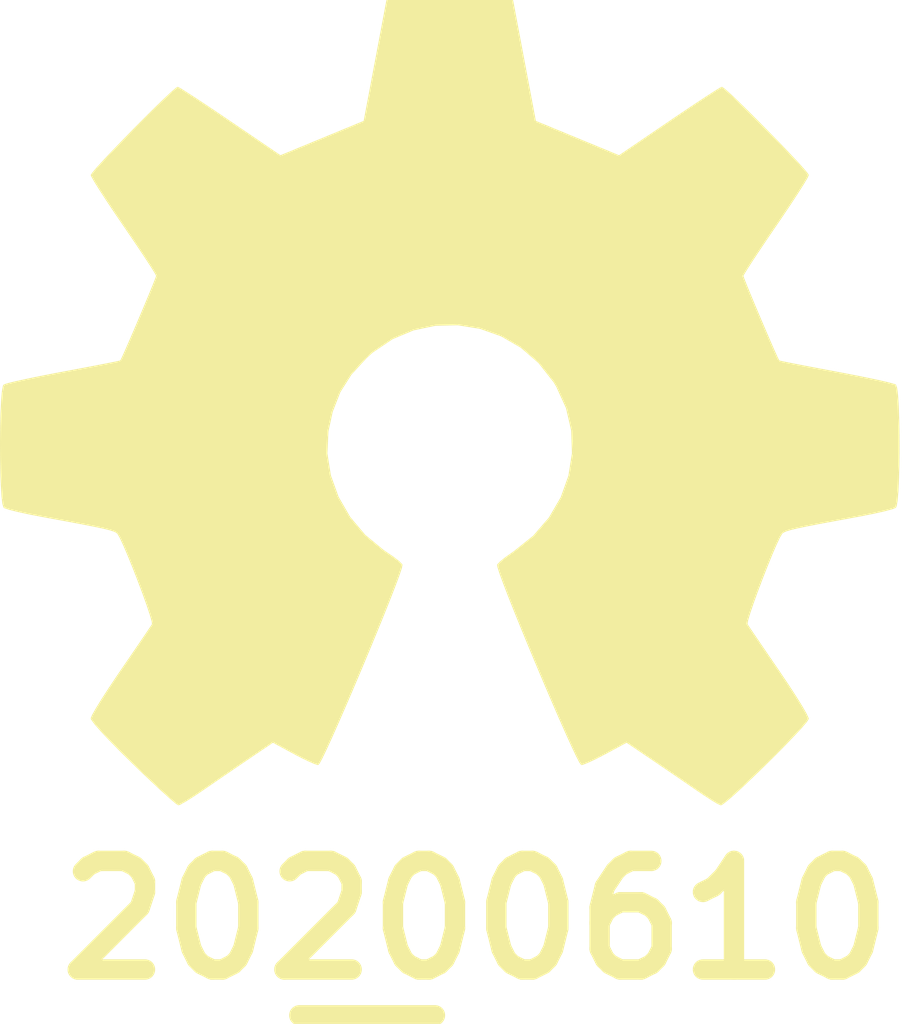
<source format=kicad_pcb>
(kicad_pcb (version 20171130) (host pcbnew 5.1.6-c6e7f7d~86~ubuntu19.10.1)

  (general
    (thickness 1.6)
    (drawings 0)
    (tracks 0)
    (zones 0)
    (modules 2)
    (nets 1)
  )

  (page A4)
  (layers
    (0 F.Cu signal)
    (31 B.Cu signal)
    (32 B.Adhes user)
    (33 F.Adhes user)
    (34 B.Paste user)
    (35 F.Paste user)
    (36 B.SilkS user)
    (37 F.SilkS user)
    (38 B.Mask user)
    (39 F.Mask user)
    (40 Dwgs.User user)
    (41 Cmts.User user)
    (42 Eco1.User user)
    (43 Eco2.User user)
    (44 Edge.Cuts user)
    (45 Margin user)
    (46 B.CrtYd user)
    (47 F.CrtYd user)
    (48 B.Fab user)
    (49 F.Fab user)
  )

  (setup
    (last_trace_width 0.25)
    (trace_clearance 0.2)
    (zone_clearance 0.508)
    (zone_45_only no)
    (trace_min 0.2)
    (via_size 0.8)
    (via_drill 0.4)
    (via_min_size 0.4)
    (via_min_drill 0.3)
    (uvia_size 0.3)
    (uvia_drill 0.1)
    (uvias_allowed no)
    (uvia_min_size 0.2)
    (uvia_min_drill 0.1)
    (edge_width 0.05)
    (segment_width 0.2)
    (pcb_text_width 0.3)
    (pcb_text_size 1.5 1.5)
    (mod_edge_width 0.12)
    (mod_text_size 1 1)
    (mod_text_width 0.15)
    (pad_size 1.524 1.524)
    (pad_drill 0.762)
    (pad_to_mask_clearance 0.05)
    (aux_axis_origin 0 0)
    (visible_elements FFFFFF7F)
    (pcbplotparams
      (layerselection 0x010fc_ffffffff)
      (usegerberextensions false)
      (usegerberattributes true)
      (usegerberadvancedattributes true)
      (creategerberjobfile true)
      (excludeedgelayer true)
      (linewidth 0.100000)
      (plotframeref false)
      (viasonmask false)
      (mode 1)
      (useauxorigin false)
      (hpglpennumber 1)
      (hpglpenspeed 20)
      (hpglpendiameter 15.000000)
      (psnegative false)
      (psa4output false)
      (plotreference true)
      (plotvalue true)
      (plotinvisibletext false)
      (padsonsilk false)
      (subtractmaskfromsilk false)
      (outputformat 1)
      (mirror false)
      (drillshape 1)
      (scaleselection 1)
      (outputdirectory ""))
  )

  (net 0 "")

  (net_class Default "This is the default net class."
    (clearance 0.2)
    (trace_width 0.25)
    (via_dia 0.8)
    (via_drill 0.4)
    (uvia_dia 0.3)
    (uvia_drill 0.1)
  )

  (module Symbol:OSHW-Symbol_6.7x6mm_SilkScreen (layer F.Cu) (tedit 0) (tstamp 5EE12086)
    (at 138.7 87.6)
    (descr "Open Source Hardware Symbol")
    (tags "Logo Symbol OSHW")
    (path /5EE13678)
    (attr virtual)
    (fp_text reference N2 (at 0 0) (layer F.SilkS) hide
      (effects (font (size 1 1) (thickness 0.15)))
    )
    (fp_text value OHWLOGO (at 0.75 0) (layer F.Fab) hide
      (effects (font (size 1 1) (thickness 0.15)))
    )
    (fp_poly (pts (xy 0.555814 -2.531069) (xy 0.639635 -2.086445) (xy 0.94892 -1.958947) (xy 1.258206 -1.831449)
      (xy 1.629246 -2.083754) (xy 1.733157 -2.154004) (xy 1.827087 -2.216728) (xy 1.906652 -2.269062)
      (xy 1.96747 -2.308143) (xy 2.005157 -2.331107) (xy 2.015421 -2.336058) (xy 2.03391 -2.323324)
      (xy 2.07342 -2.288118) (xy 2.129522 -2.234938) (xy 2.197787 -2.168282) (xy 2.273786 -2.092646)
      (xy 2.353092 -2.012528) (xy 2.431275 -1.932426) (xy 2.503907 -1.856836) (xy 2.566559 -1.790255)
      (xy 2.614803 -1.737182) (xy 2.64421 -1.702113) (xy 2.651241 -1.690377) (xy 2.641123 -1.66874)
      (xy 2.612759 -1.621338) (xy 2.569129 -1.552807) (xy 2.513218 -1.467785) (xy 2.448006 -1.370907)
      (xy 2.410219 -1.31565) (xy 2.341343 -1.214752) (xy 2.28014 -1.123701) (xy 2.229578 -1.04703)
      (xy 2.192628 -0.989272) (xy 2.172258 -0.954957) (xy 2.169197 -0.947746) (xy 2.176136 -0.927252)
      (xy 2.195051 -0.879487) (xy 2.223087 -0.811168) (xy 2.257391 -0.729011) (xy 2.295109 -0.63973)
      (xy 2.333387 -0.550042) (xy 2.36937 -0.466662) (xy 2.400206 -0.396306) (xy 2.423039 -0.34569)
      (xy 2.435017 -0.321529) (xy 2.435724 -0.320578) (xy 2.454531 -0.315964) (xy 2.504618 -0.305672)
      (xy 2.580793 -0.290713) (xy 2.677865 -0.272099) (xy 2.790643 -0.250841) (xy 2.856442 -0.238582)
      (xy 2.97695 -0.215638) (xy 3.085797 -0.193805) (xy 3.177476 -0.174278) (xy 3.246481 -0.158252)
      (xy 3.287304 -0.146921) (xy 3.295511 -0.143326) (xy 3.303548 -0.118994) (xy 3.310033 -0.064041)
      (xy 3.31497 0.015108) (xy 3.318364 0.112026) (xy 3.320218 0.220287) (xy 3.320538 0.333465)
      (xy 3.319327 0.445135) (xy 3.31659 0.548868) (xy 3.312331 0.638241) (xy 3.306555 0.706826)
      (xy 3.299267 0.748197) (xy 3.294895 0.75681) (xy 3.268764 0.767133) (xy 3.213393 0.781892)
      (xy 3.136107 0.799352) (xy 3.04423 0.81778) (xy 3.012158 0.823741) (xy 2.857524 0.852066)
      (xy 2.735375 0.874876) (xy 2.641673 0.89308) (xy 2.572384 0.907583) (xy 2.523471 0.919292)
      (xy 2.490897 0.929115) (xy 2.470628 0.937956) (xy 2.458626 0.946724) (xy 2.456947 0.948457)
      (xy 2.440184 0.976371) (xy 2.414614 1.030695) (xy 2.382788 1.104777) (xy 2.34726 1.191965)
      (xy 2.310583 1.285608) (xy 2.275311 1.379052) (xy 2.243996 1.465647) (xy 2.219193 1.53874)
      (xy 2.203454 1.591678) (xy 2.199332 1.617811) (xy 2.199676 1.618726) (xy 2.213641 1.640086)
      (xy 2.245322 1.687084) (xy 2.291391 1.754827) (xy 2.348518 1.838423) (xy 2.413373 1.932982)
      (xy 2.431843 1.959854) (xy 2.497699 2.057275) (xy 2.55565 2.146163) (xy 2.602538 2.221412)
      (xy 2.635207 2.27792) (xy 2.6505 2.310581) (xy 2.651241 2.314593) (xy 2.638392 2.335684)
      (xy 2.602888 2.377464) (xy 2.549293 2.435445) (xy 2.482171 2.505135) (xy 2.406087 2.582045)
      (xy 2.325604 2.661683) (xy 2.245287 2.739561) (xy 2.169699 2.811186) (xy 2.103405 2.87207)
      (xy 2.050969 2.917721) (xy 2.016955 2.94365) (xy 2.007545 2.947883) (xy 1.985643 2.937912)
      (xy 1.9408 2.91102) (xy 1.880321 2.871736) (xy 1.833789 2.840117) (xy 1.749475 2.782098)
      (xy 1.649626 2.713784) (xy 1.549473 2.645579) (xy 1.495627 2.609075) (xy 1.313371 2.4858)
      (xy 1.160381 2.56852) (xy 1.090682 2.604759) (xy 1.031414 2.632926) (xy 0.991311 2.648991)
      (xy 0.981103 2.651226) (xy 0.968829 2.634722) (xy 0.944613 2.588082) (xy 0.910263 2.515609)
      (xy 0.867588 2.421606) (xy 0.818394 2.310374) (xy 0.76449 2.186215) (xy 0.707684 2.053432)
      (xy 0.649782 1.916327) (xy 0.592593 1.779202) (xy 0.537924 1.646358) (xy 0.487584 1.522098)
      (xy 0.44338 1.410725) (xy 0.407119 1.316539) (xy 0.380609 1.243844) (xy 0.365658 1.196941)
      (xy 0.363254 1.180833) (xy 0.382311 1.160286) (xy 0.424036 1.126933) (xy 0.479706 1.087702)
      (xy 0.484378 1.084599) (xy 0.628264 0.969423) (xy 0.744283 0.835053) (xy 0.83143 0.685784)
      (xy 0.888699 0.525913) (xy 0.915086 0.359737) (xy 0.909585 0.191552) (xy 0.87119 0.025655)
      (xy 0.798895 -0.133658) (xy 0.777626 -0.168513) (xy 0.666996 -0.309263) (xy 0.536302 -0.422286)
      (xy 0.390064 -0.506997) (xy 0.232808 -0.562806) (xy 0.069057 -0.589126) (xy -0.096667 -0.58537)
      (xy -0.259838 -0.55095) (xy -0.415935 -0.485277) (xy -0.560433 -0.387765) (xy -0.605131 -0.348187)
      (xy -0.718888 -0.224297) (xy -0.801782 -0.093876) (xy -0.858644 0.052315) (xy -0.890313 0.197088)
      (xy -0.898131 0.35986) (xy -0.872062 0.52344) (xy -0.814755 0.682298) (xy -0.728856 0.830906)
      (xy -0.617014 0.963735) (xy -0.481877 1.075256) (xy -0.464117 1.087011) (xy -0.40785 1.125508)
      (xy -0.365077 1.158863) (xy -0.344628 1.18016) (xy -0.344331 1.180833) (xy -0.348721 1.203871)
      (xy -0.366124 1.256157) (xy -0.394732 1.33339) (xy -0.432735 1.431268) (xy -0.478326 1.545491)
      (xy -0.529697 1.671758) (xy -0.585038 1.805767) (xy -0.642542 1.943218) (xy -0.700399 2.079808)
      (xy -0.756802 2.211237) (xy -0.809942 2.333205) (xy -0.85801 2.441409) (xy -0.899199 2.531549)
      (xy -0.931699 2.599323) (xy -0.953703 2.64043) (xy -0.962564 2.651226) (xy -0.98964 2.642819)
      (xy -1.040303 2.620272) (xy -1.105817 2.587613) (xy -1.141841 2.56852) (xy -1.294832 2.4858)
      (xy -1.477088 2.609075) (xy -1.570125 2.672228) (xy -1.671985 2.741727) (xy -1.767438 2.807165)
      (xy -1.81525 2.840117) (xy -1.882495 2.885273) (xy -1.939436 2.921057) (xy -1.978646 2.942938)
      (xy -1.991381 2.947563) (xy -2.009917 2.935085) (xy -2.050941 2.900252) (xy -2.110475 2.846678)
      (xy -2.184542 2.777983) (xy -2.269165 2.697781) (xy -2.322685 2.646286) (xy -2.416319 2.554286)
      (xy -2.497241 2.471999) (xy -2.562177 2.402945) (xy -2.607858 2.350644) (xy -2.631011 2.318616)
      (xy -2.633232 2.312116) (xy -2.622924 2.287394) (xy -2.594439 2.237405) (xy -2.550937 2.167212)
      (xy -2.495577 2.081875) (xy -2.43152 1.986456) (xy -2.413303 1.959854) (xy -2.346927 1.863167)
      (xy -2.287378 1.776117) (xy -2.237984 1.703595) (xy -2.202075 1.650493) (xy -2.182981 1.621703)
      (xy -2.181136 1.618726) (xy -2.183895 1.595782) (xy -2.198538 1.545336) (xy -2.222513 1.474041)
      (xy -2.253266 1.388547) (xy -2.288244 1.295507) (xy -2.324893 1.201574) (xy -2.360661 1.113399)
      (xy -2.392994 1.037634) (xy -2.419338 0.980931) (xy -2.437142 0.949943) (xy -2.438407 0.948457)
      (xy -2.449294 0.939601) (xy -2.467682 0.930843) (xy -2.497606 0.921277) (xy -2.543103 0.909996)
      (xy -2.608209 0.896093) (xy -2.696961 0.878663) (xy -2.813393 0.856798) (xy -2.961542 0.829591)
      (xy -2.993618 0.823741) (xy -3.088686 0.805374) (xy -3.171565 0.787405) (xy -3.23493 0.771569)
      (xy -3.271458 0.7596) (xy -3.276356 0.75681) (xy -3.284427 0.732072) (xy -3.290987 0.67679)
      (xy -3.296033 0.597389) (xy -3.299559 0.500296) (xy -3.301561 0.391938) (xy -3.302036 0.27874)
      (xy -3.300977 0.167128) (xy -3.298382 0.063529) (xy -3.294246 -0.025632) (xy -3.288563 -0.093928)
      (xy -3.281331 -0.134934) (xy -3.276971 -0.143326) (xy -3.252698 -0.151792) (xy -3.197426 -0.165565)
      (xy -3.116662 -0.18345) (xy -3.015912 -0.204252) (xy -2.900683 -0.226777) (xy -2.837902 -0.238582)
      (xy -2.718787 -0.260849) (xy -2.612565 -0.281021) (xy -2.524427 -0.298085) (xy -2.459566 -0.311031)
      (xy -2.423174 -0.318845) (xy -2.417184 -0.320578) (xy -2.407061 -0.34011) (xy -2.385662 -0.387157)
      (xy -2.355839 -0.454997) (xy -2.320445 -0.536909) (xy -2.282332 -0.626172) (xy -2.244353 -0.716065)
      (xy -2.20936 -0.799865) (xy -2.180206 -0.870853) (xy -2.159743 -0.922306) (xy -2.150823 -0.947503)
      (xy -2.150657 -0.948604) (xy -2.160769 -0.968481) (xy -2.189117 -1.014223) (xy -2.232723 -1.081283)
      (xy -2.288606 -1.165116) (xy -2.353787 -1.261174) (xy -2.391679 -1.31635) (xy -2.460725 -1.417519)
      (xy -2.52205 -1.50937) (xy -2.572663 -1.587256) (xy -2.609571 -1.646531) (xy -2.629782 -1.682549)
      (xy -2.632701 -1.690623) (xy -2.620153 -1.709416) (xy -2.585463 -1.749543) (xy -2.533063 -1.806507)
      (xy -2.467384 -1.875815) (xy -2.392856 -1.952969) (xy -2.313913 -2.033475) (xy -2.234983 -2.112837)
      (xy -2.1605 -2.18656) (xy -2.094894 -2.250148) (xy -2.042596 -2.299106) (xy -2.008039 -2.328939)
      (xy -1.996478 -2.336058) (xy -1.977654 -2.326047) (xy -1.932631 -2.297922) (xy -1.865787 -2.254546)
      (xy -1.781499 -2.198782) (xy -1.684144 -2.133494) (xy -1.610707 -2.083754) (xy -1.239667 -1.831449)
      (xy -0.621095 -2.086445) (xy -0.537275 -2.531069) (xy -0.453454 -2.975693) (xy 0.471994 -2.975693)
      (xy 0.555814 -2.531069)) (layer F.SilkS) (width 0.01))
  )

  (module SquantorLabels:Label_Generic (layer F.Cu) (tedit 5D8A7D4C) (tstamp 5EE12051)
    (at 138.1 91.5)
    (descr "Label for general purpose use")
    (tags Label)
    (path /5EE12BF3)
    (attr smd)
    (fp_text reference N1 (at 0 1.85) (layer F.Fab) hide
      (effects (font (size 1 1) (thickness 0.15)))
    )
    (fp_text value 20200610 (at 0.8 -0.1) (layer F.SilkS)
      (effects (font (size 0.8 0.8) (thickness 0.15)))
    )
    (fp_line (start -0.5 0.6) (end 0.5 0.6) (layer F.SilkS) (width 0.15))
  )

)

</source>
